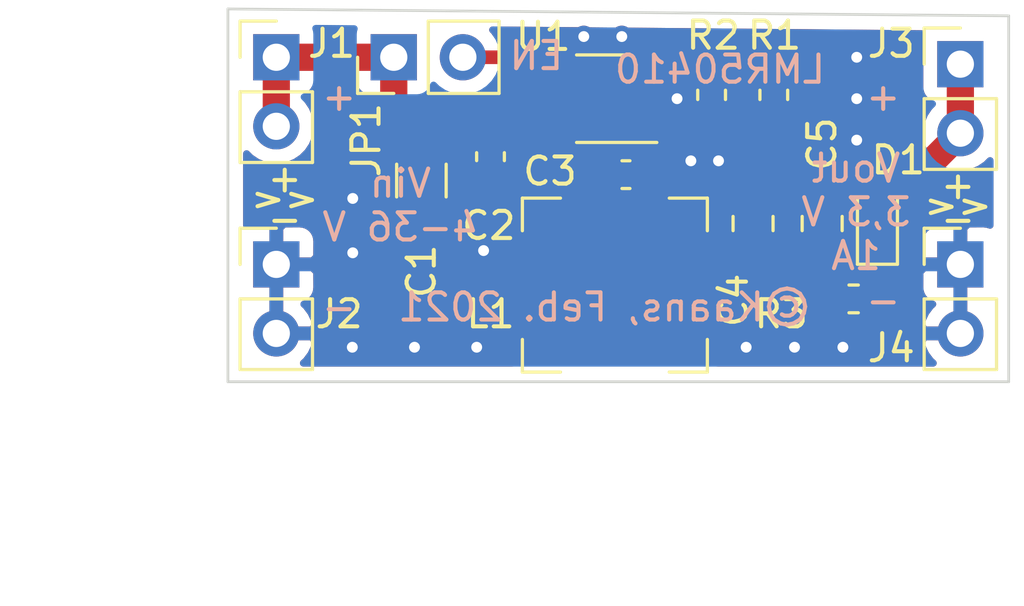
<source format=kicad_pcb>
(kicad_pcb (version 20171130) (host pcbnew "(5.1.9)-1")

  (general
    (thickness 1.6)
    (drawings 21)
    (tracks 64)
    (zones 0)
    (modules 16)
    (nets 9)
  )

  (page A4)
  (title_block
    (title "SMPS LMR50410")
    (date 2021-02-17)
    (rev 2)
    (company "Kaans (https://github.com/kaans)")
    (comment 1 "Fixed labels for R1, R2, +, -")
  )

  (layers
    (0 F.Cu signal hide)
    (31 B.Cu signal)
    (33 F.Adhes user hide)
    (35 F.Paste user hide)
    (36 B.SilkS user)
    (37 F.SilkS user hide)
    (38 B.Mask user)
    (39 F.Mask user hide)
    (40 Dwgs.User user)
    (41 Cmts.User user)
    (42 Eco1.User user)
    (43 Eco2.User user)
    (44 Edge.Cuts user hide)
    (45 Margin user)
    (46 B.CrtYd user)
    (47 F.CrtYd user hide)
    (49 F.Fab user hide)
  )

  (setup
    (last_trace_width 0.25)
    (user_trace_width 0.5)
    (user_trace_width 0.75)
    (trace_clearance 0.2)
    (zone_clearance 0.508)
    (zone_45_only no)
    (trace_min 0.2)
    (via_size 0.8)
    (via_drill 0.4)
    (via_min_size 0.4)
    (via_min_drill 0.3)
    (uvia_size 0.3)
    (uvia_drill 0.1)
    (uvias_allowed no)
    (uvia_min_size 0.2)
    (uvia_min_drill 0.1)
    (edge_width 0.05)
    (segment_width 0.2)
    (pcb_text_width 0.3)
    (pcb_text_size 1.5 1.5)
    (mod_edge_width 0.12)
    (mod_text_size 1 1)
    (mod_text_width 0.15)
    (pad_size 1.524 1.524)
    (pad_drill 0.762)
    (pad_to_mask_clearance 0)
    (aux_axis_origin 0 0)
    (visible_elements 7FFFFFFF)
    (pcbplotparams
      (layerselection 0x010fc_ffffffff)
      (usegerberextensions false)
      (usegerberattributes true)
      (usegerberadvancedattributes true)
      (creategerberjobfile true)
      (excludeedgelayer true)
      (linewidth 0.100000)
      (plotframeref false)
      (viasonmask false)
      (mode 1)
      (useauxorigin false)
      (hpglpennumber 1)
      (hpglpenspeed 20)
      (hpglpendiameter 15.000000)
      (psnegative false)
      (psa4output false)
      (plotreference true)
      (plotvalue true)
      (plotinvisibletext false)
      (padsonsilk false)
      (subtractmaskfromsilk false)
      (outputformat 1)
      (mirror false)
      (drillshape 1)
      (scaleselection 1)
      (outputdirectory ""))
  )

  (net 0 "")
  (net 1 GND)
  (net 2 VCC)
  (net 3 "Net-(C3-Pad2)")
  (net 4 "Net-(C3-Pad1)")
  (net 5 +3V3)
  (net 6 "Net-(D1-Pad1)")
  (net 7 "Net-(JP1-Pad2)")
  (net 8 "Net-(R1-Pad2)")

  (net_class Default "This is the default net class."
    (clearance 0.2)
    (trace_width 0.25)
    (via_dia 0.8)
    (via_drill 0.4)
    (uvia_dia 0.3)
    (uvia_drill 0.1)
    (add_net GND)
    (add_net "Net-(C3-Pad2)")
    (add_net "Net-(D1-Pad1)")
    (add_net "Net-(JP1-Pad2)")
    (add_net "Net-(R1-Pad2)")
  )

  (net_class 3V3 ""
    (clearance 0.3)
    (trace_width 1)
    (via_dia 0.8)
    (via_drill 0.4)
    (uvia_dia 0.3)
    (uvia_drill 0.1)
    (add_net +3V3)
    (add_net "Net-(C3-Pad1)")
  )

  (net_class Vcc ""
    (clearance 0.3)
    (trace_width 1)
    (via_dia 0.8)
    (via_drill 0.4)
    (uvia_dia 0.3)
    (uvia_drill 0.1)
    (add_net VCC)
  )

  (module Capacitor_SMD:C_0603_1608Metric_Pad1.08x0.95mm_HandSolder (layer F.Cu) (tedit 5F68FEEF) (tstamp 601CE234)
    (at 99.314 70.7125 270)
    (descr "Capacitor SMD 0603 (1608 Metric), square (rectangular) end terminal, IPC_7351 nominal with elongated pad for handsoldering. (Body size source: IPC-SM-782 page 76, https://www.pcb-3d.com/wordpress/wp-content/uploads/ipc-sm-782a_amendment_1_and_2.pdf), generated with kicad-footprint-generator")
    (tags "capacitor handsolder")
    (path /601C70F7)
    (attr smd)
    (fp_text reference C2 (at 2.5375 0.064 180) (layer F.SilkS)
      (effects (font (size 1 1) (thickness 0.15)))
    )
    (fp_text value 100n (at 0 1.43 90) (layer F.Fab)
      (effects (font (size 1 1) (thickness 0.15)))
    )
    (fp_line (start 1.65 0.73) (end -1.65 0.73) (layer F.CrtYd) (width 0.05))
    (fp_line (start 1.65 -0.73) (end 1.65 0.73) (layer F.CrtYd) (width 0.05))
    (fp_line (start -1.65 -0.73) (end 1.65 -0.73) (layer F.CrtYd) (width 0.05))
    (fp_line (start -1.65 0.73) (end -1.65 -0.73) (layer F.CrtYd) (width 0.05))
    (fp_line (start -0.146267 0.51) (end 0.146267 0.51) (layer F.SilkS) (width 0.12))
    (fp_line (start -0.146267 -0.51) (end 0.146267 -0.51) (layer F.SilkS) (width 0.12))
    (fp_line (start 0.8 0.4) (end -0.8 0.4) (layer F.Fab) (width 0.1))
    (fp_line (start 0.8 -0.4) (end 0.8 0.4) (layer F.Fab) (width 0.1))
    (fp_line (start -0.8 -0.4) (end 0.8 -0.4) (layer F.Fab) (width 0.1))
    (fp_line (start -0.8 0.4) (end -0.8 -0.4) (layer F.Fab) (width 0.1))
    (fp_text user %R (at 0 0 90) (layer F.Fab)
      (effects (font (size 0.4 0.4) (thickness 0.06)))
    )
    (pad 2 smd roundrect (at 0.8625 0 270) (size 1.075 0.95) (layers F.Cu F.Paste F.Mask) (roundrect_rratio 0.25)
      (net 1 GND))
    (pad 1 smd roundrect (at -0.8625 0 270) (size 1.075 0.95) (layers F.Cu F.Paste F.Mask) (roundrect_rratio 0.25)
      (net 2 VCC))
    (model ${KISYS3DMOD}/Capacitor_SMD.3dshapes/C_0603_1608Metric.wrl
      (at (xyz 0 0 0))
      (scale (xyz 1 1 1))
      (rotate (xyz 0 0 0))
    )
  )

  (module Connector_PinHeader_2.54mm:PinHeader_1x02_P2.54mm_Vertical (layer F.Cu) (tedit 59FED5CC) (tstamp 601D07DB)
    (at 116.586 74.676)
    (descr "Through hole straight pin header, 1x02, 2.54mm pitch, single row")
    (tags "Through hole pin header THT 1x02 2.54mm single row")
    (path /6021971A)
    (fp_text reference J4 (at -2.54 3.074) (layer F.SilkS)
      (effects (font (size 1 1) (thickness 0.15)))
    )
    (fp_text value Vout- (at 0 4.87) (layer F.Fab)
      (effects (font (size 1 1) (thickness 0.15)))
    )
    (fp_line (start -0.635 -1.27) (end 1.27 -1.27) (layer F.Fab) (width 0.1))
    (fp_line (start 1.27 -1.27) (end 1.27 3.81) (layer F.Fab) (width 0.1))
    (fp_line (start 1.27 3.81) (end -1.27 3.81) (layer F.Fab) (width 0.1))
    (fp_line (start -1.27 3.81) (end -1.27 -0.635) (layer F.Fab) (width 0.1))
    (fp_line (start -1.27 -0.635) (end -0.635 -1.27) (layer F.Fab) (width 0.1))
    (fp_line (start -1.33 3.87) (end 1.33 3.87) (layer F.SilkS) (width 0.12))
    (fp_line (start -1.33 1.27) (end -1.33 3.87) (layer F.SilkS) (width 0.12))
    (fp_line (start 1.33 1.27) (end 1.33 3.87) (layer F.SilkS) (width 0.12))
    (fp_line (start -1.33 1.27) (end 1.33 1.27) (layer F.SilkS) (width 0.12))
    (fp_line (start -1.33 0) (end -1.33 -1.33) (layer F.SilkS) (width 0.12))
    (fp_line (start -1.33 -1.33) (end 0 -1.33) (layer F.SilkS) (width 0.12))
    (fp_line (start -1.8 -1.8) (end -1.8 4.35) (layer F.CrtYd) (width 0.05))
    (fp_line (start -1.8 4.35) (end 1.8 4.35) (layer F.CrtYd) (width 0.05))
    (fp_line (start 1.8 4.35) (end 1.8 -1.8) (layer F.CrtYd) (width 0.05))
    (fp_line (start 1.8 -1.8) (end -1.8 -1.8) (layer F.CrtYd) (width 0.05))
    (fp_text user %R (at 0 1.27 90) (layer F.Fab)
      (effects (font (size 1 1) (thickness 0.15)))
    )
    (pad 2 thru_hole oval (at 0 2.54) (size 1.7 1.7) (drill 1) (layers *.Cu *.Mask)
      (net 1 GND))
    (pad 1 thru_hole rect (at 0 0) (size 1.7 1.7) (drill 1) (layers *.Cu *.Mask)
      (net 1 GND))
    (model ${KISYS3DMOD}/Connector_PinHeader_2.54mm.3dshapes/PinHeader_1x02_P2.54mm_Vertical.wrl
      (at (xyz 0 0 0))
      (scale (xyz 1 1 1))
      (rotate (xyz 0 0 0))
    )
  )

  (module Connector_PinHeader_2.54mm:PinHeader_1x02_P2.54mm_Vertical (layer F.Cu) (tedit 59FED5CC) (tstamp 601D07B0)
    (at 91.44 74.676)
    (descr "Through hole straight pin header, 1x02, 2.54mm pitch, single row")
    (tags "Through hole pin header THT 1x02 2.54mm single row")
    (path /6022017B)
    (fp_text reference J2 (at 2.31 1.824) (layer F.SilkS)
      (effects (font (size 1 1) (thickness 0.15)))
    )
    (fp_text value Vin- (at 0 4.87) (layer F.Fab)
      (effects (font (size 1 1) (thickness 0.15)))
    )
    (fp_line (start -0.635 -1.27) (end 1.27 -1.27) (layer F.Fab) (width 0.1))
    (fp_line (start 1.27 -1.27) (end 1.27 3.81) (layer F.Fab) (width 0.1))
    (fp_line (start 1.27 3.81) (end -1.27 3.81) (layer F.Fab) (width 0.1))
    (fp_line (start -1.27 3.81) (end -1.27 -0.635) (layer F.Fab) (width 0.1))
    (fp_line (start -1.27 -0.635) (end -0.635 -1.27) (layer F.Fab) (width 0.1))
    (fp_line (start -1.33 3.87) (end 1.33 3.87) (layer F.SilkS) (width 0.12))
    (fp_line (start -1.33 1.27) (end -1.33 3.87) (layer F.SilkS) (width 0.12))
    (fp_line (start 1.33 1.27) (end 1.33 3.87) (layer F.SilkS) (width 0.12))
    (fp_line (start -1.33 1.27) (end 1.33 1.27) (layer F.SilkS) (width 0.12))
    (fp_line (start -1.33 0) (end -1.33 -1.33) (layer F.SilkS) (width 0.12))
    (fp_line (start -1.33 -1.33) (end 0 -1.33) (layer F.SilkS) (width 0.12))
    (fp_line (start -1.8 -1.8) (end -1.8 4.35) (layer F.CrtYd) (width 0.05))
    (fp_line (start -1.8 4.35) (end 1.8 4.35) (layer F.CrtYd) (width 0.05))
    (fp_line (start 1.8 4.35) (end 1.8 -1.8) (layer F.CrtYd) (width 0.05))
    (fp_line (start 1.8 -1.8) (end -1.8 -1.8) (layer F.CrtYd) (width 0.05))
    (fp_text user %R (at 0 1.27 90) (layer F.Fab)
      (effects (font (size 1 1) (thickness 0.15)))
    )
    (pad 2 thru_hole oval (at 0 2.54) (size 1.7 1.7) (drill 1) (layers *.Cu *.Mask)
      (net 1 GND))
    (pad 1 thru_hole rect (at 0 0) (size 1.7 1.7) (drill 1) (layers *.Cu *.Mask)
      (net 1 GND))
    (model ${KISYS3DMOD}/Connector_PinHeader_2.54mm.3dshapes/PinHeader_1x02_P2.54mm_Vertical.wrl
      (at (xyz 0 0 0))
      (scale (xyz 1 1 1))
      (rotate (xyz 0 0 0))
    )
  )

  (module Package_TO_SOT_SMD:SOT-23-6_Handsoldering (layer F.Cu) (tedit 5A02FF57) (tstamp 601CE3EA)
    (at 103.378 68.58 180)
    (descr "6-pin SOT-23 package, Handsoldering")
    (tags "SOT-23-6 Handsoldering")
    (path /601C637D)
    (attr smd)
    (fp_text reference U1 (at 2.128 2.286) (layer F.SilkS)
      (effects (font (size 1 1) (thickness 0.15)))
    )
    (fp_text value LMR50410XDBVR (at 0 2.9) (layer F.Fab)
      (effects (font (size 1 1) (thickness 0.15)))
    )
    (fp_line (start 0.9 -1.55) (end 0.9 1.55) (layer F.Fab) (width 0.1))
    (fp_line (start 0.9 1.55) (end -0.9 1.55) (layer F.Fab) (width 0.1))
    (fp_line (start -0.9 -0.9) (end -0.9 1.55) (layer F.Fab) (width 0.1))
    (fp_line (start 0.9 -1.55) (end -0.25 -1.55) (layer F.Fab) (width 0.1))
    (fp_line (start -0.9 -0.9) (end -0.25 -1.55) (layer F.Fab) (width 0.1))
    (fp_line (start -2.4 -1.8) (end 2.4 -1.8) (layer F.CrtYd) (width 0.05))
    (fp_line (start 2.4 -1.8) (end 2.4 1.8) (layer F.CrtYd) (width 0.05))
    (fp_line (start 2.4 1.8) (end -2.4 1.8) (layer F.CrtYd) (width 0.05))
    (fp_line (start -2.4 1.8) (end -2.4 -1.8) (layer F.CrtYd) (width 0.05))
    (fp_line (start 0.9 -1.61) (end -2.05 -1.61) (layer F.SilkS) (width 0.12))
    (fp_line (start -0.9 1.61) (end 0.9 1.61) (layer F.SilkS) (width 0.12))
    (fp_text user %R (at 0 0 90) (layer F.Fab)
      (effects (font (size 0.5 0.5) (thickness 0.075)))
    )
    (pad 5 smd rect (at 1.35 0 180) (size 1.56 0.65) (layers F.Cu F.Paste F.Mask)
      (net 2 VCC))
    (pad 6 smd rect (at 1.35 -0.95 180) (size 1.56 0.65) (layers F.Cu F.Paste F.Mask)
      (net 4 "Net-(C3-Pad1)"))
    (pad 4 smd rect (at 1.35 0.95 180) (size 1.56 0.65) (layers F.Cu F.Paste F.Mask)
      (net 7 "Net-(JP1-Pad2)"))
    (pad 3 smd rect (at -1.35 0.95 180) (size 1.56 0.65) (layers F.Cu F.Paste F.Mask)
      (net 8 "Net-(R1-Pad2)"))
    (pad 2 smd rect (at -1.35 0 180) (size 1.56 0.65) (layers F.Cu F.Paste F.Mask)
      (net 1 GND))
    (pad 1 smd rect (at -1.35 -0.95 180) (size 1.56 0.65) (layers F.Cu F.Paste F.Mask)
      (net 3 "Net-(C3-Pad2)"))
    (model ${KISYS3DMOD}/Package_TO_SOT_SMD.3dshapes/SOT-23-6.wrl
      (at (xyz 0 0 0))
      (scale (xyz 1 1 1))
      (rotate (xyz 0 0 0))
    )
  )

  (module Resistor_SMD:R_0603_1608Metric_Pad1.05x0.95mm_HandSolder (layer F.Cu) (tedit 5B301BBD) (tstamp 601CE3D4)
    (at 112.663 75.946 180)
    (descr "Resistor SMD 0603 (1608 Metric), square (rectangular) end terminal, IPC_7351 nominal with elongated pad for handsoldering. (Body size source: http://www.tortai-tech.com/upload/download/2011102023233369053.pdf), generated with kicad-footprint-generator")
    (tags "resistor handsolder")
    (path /601D4A47)
    (attr smd)
    (fp_text reference R3 (at 2.663 -0.554) (layer F.SilkS)
      (effects (font (size 1 1) (thickness 0.15)))
    )
    (fp_text value 150 (at 0 1.43) (layer F.Fab)
      (effects (font (size 1 1) (thickness 0.15)))
    )
    (fp_line (start 1.65 0.73) (end -1.65 0.73) (layer F.CrtYd) (width 0.05))
    (fp_line (start 1.65 -0.73) (end 1.65 0.73) (layer F.CrtYd) (width 0.05))
    (fp_line (start -1.65 -0.73) (end 1.65 -0.73) (layer F.CrtYd) (width 0.05))
    (fp_line (start -1.65 0.73) (end -1.65 -0.73) (layer F.CrtYd) (width 0.05))
    (fp_line (start -0.171267 0.51) (end 0.171267 0.51) (layer F.SilkS) (width 0.12))
    (fp_line (start -0.171267 -0.51) (end 0.171267 -0.51) (layer F.SilkS) (width 0.12))
    (fp_line (start 0.8 0.4) (end -0.8 0.4) (layer F.Fab) (width 0.1))
    (fp_line (start 0.8 -0.4) (end 0.8 0.4) (layer F.Fab) (width 0.1))
    (fp_line (start -0.8 -0.4) (end 0.8 -0.4) (layer F.Fab) (width 0.1))
    (fp_line (start -0.8 0.4) (end -0.8 -0.4) (layer F.Fab) (width 0.1))
    (fp_text user %R (at 0 0) (layer F.Fab)
      (effects (font (size 0.4 0.4) (thickness 0.06)))
    )
    (pad 2 smd roundrect (at 0.875 0 180) (size 1.05 0.95) (layers F.Cu F.Paste F.Mask) (roundrect_rratio 0.25)
      (net 1 GND))
    (pad 1 smd roundrect (at -0.875 0 180) (size 1.05 0.95) (layers F.Cu F.Paste F.Mask) (roundrect_rratio 0.25)
      (net 6 "Net-(D1-Pad1)"))
    (model ${KISYS3DMOD}/Resistor_SMD.3dshapes/R_0603_1608Metric.wrl
      (at (xyz 0 0 0))
      (scale (xyz 1 1 1))
      (rotate (xyz 0 0 0))
    )
  )

  (module Resistor_SMD:R_0603_1608Metric_Pad1.05x0.95mm_HandSolder (layer F.Cu) (tedit 5B301BBD) (tstamp 601CE3C3)
    (at 107.442 68.439 270)
    (descr "Resistor SMD 0603 (1608 Metric), square (rectangular) end terminal, IPC_7351 nominal with elongated pad for handsoldering. (Body size source: http://www.tortai-tech.com/upload/download/2011102023233369053.pdf), generated with kicad-footprint-generator")
    (tags "resistor handsolder")
    (path /601C9575)
    (attr smd)
    (fp_text reference R2 (at -2.189 -0.058 180) (layer F.SilkS)
      (effects (font (size 1 1) (thickness 0.15)))
    )
    (fp_text value 22.1k (at 0 1.43 90) (layer F.Fab)
      (effects (font (size 1 1) (thickness 0.15)))
    )
    (fp_line (start 1.65 0.73) (end -1.65 0.73) (layer F.CrtYd) (width 0.05))
    (fp_line (start 1.65 -0.73) (end 1.65 0.73) (layer F.CrtYd) (width 0.05))
    (fp_line (start -1.65 -0.73) (end 1.65 -0.73) (layer F.CrtYd) (width 0.05))
    (fp_line (start -1.65 0.73) (end -1.65 -0.73) (layer F.CrtYd) (width 0.05))
    (fp_line (start -0.171267 0.51) (end 0.171267 0.51) (layer F.SilkS) (width 0.12))
    (fp_line (start -0.171267 -0.51) (end 0.171267 -0.51) (layer F.SilkS) (width 0.12))
    (fp_line (start 0.8 0.4) (end -0.8 0.4) (layer F.Fab) (width 0.1))
    (fp_line (start 0.8 -0.4) (end 0.8 0.4) (layer F.Fab) (width 0.1))
    (fp_line (start -0.8 -0.4) (end 0.8 -0.4) (layer F.Fab) (width 0.1))
    (fp_line (start -0.8 0.4) (end -0.8 -0.4) (layer F.Fab) (width 0.1))
    (fp_text user %R (at 0 0 90) (layer F.Fab)
      (effects (font (size 0.4 0.4) (thickness 0.06)))
    )
    (pad 2 smd roundrect (at 0.875 0 270) (size 1.05 0.95) (layers F.Cu F.Paste F.Mask) (roundrect_rratio 0.25)
      (net 1 GND))
    (pad 1 smd roundrect (at -0.875 0 270) (size 1.05 0.95) (layers F.Cu F.Paste F.Mask) (roundrect_rratio 0.25)
      (net 8 "Net-(R1-Pad2)"))
    (model ${KISYS3DMOD}/Resistor_SMD.3dshapes/R_0603_1608Metric.wrl
      (at (xyz 0 0 0))
      (scale (xyz 1 1 1))
      (rotate (xyz 0 0 0))
    )
  )

  (module Resistor_SMD:R_0603_1608Metric_Pad1.05x0.95mm_HandSolder (layer F.Cu) (tedit 5B301BBD) (tstamp 601CE3B2)
    (at 109.728 68.439 90)
    (descr "Resistor SMD 0603 (1608 Metric), square (rectangular) end terminal, IPC_7351 nominal with elongated pad for handsoldering. (Body size source: http://www.tortai-tech.com/upload/download/2011102023233369053.pdf), generated with kicad-footprint-generator")
    (tags "resistor handsolder")
    (path /601C94A5)
    (attr smd)
    (fp_text reference R1 (at 2.189 0.022 180) (layer F.SilkS)
      (effects (font (size 1 1) (thickness 0.15)))
    )
    (fp_text value 51k (at 0 1.43 90) (layer F.Fab)
      (effects (font (size 1 1) (thickness 0.15)))
    )
    (fp_line (start 1.65 0.73) (end -1.65 0.73) (layer F.CrtYd) (width 0.05))
    (fp_line (start 1.65 -0.73) (end 1.65 0.73) (layer F.CrtYd) (width 0.05))
    (fp_line (start -1.65 -0.73) (end 1.65 -0.73) (layer F.CrtYd) (width 0.05))
    (fp_line (start -1.65 0.73) (end -1.65 -0.73) (layer F.CrtYd) (width 0.05))
    (fp_line (start -0.171267 0.51) (end 0.171267 0.51) (layer F.SilkS) (width 0.12))
    (fp_line (start -0.171267 -0.51) (end 0.171267 -0.51) (layer F.SilkS) (width 0.12))
    (fp_line (start 0.8 0.4) (end -0.8 0.4) (layer F.Fab) (width 0.1))
    (fp_line (start 0.8 -0.4) (end 0.8 0.4) (layer F.Fab) (width 0.1))
    (fp_line (start -0.8 -0.4) (end 0.8 -0.4) (layer F.Fab) (width 0.1))
    (fp_line (start -0.8 0.4) (end -0.8 -0.4) (layer F.Fab) (width 0.1))
    (fp_text user %R (at 0 0 90) (layer F.Fab)
      (effects (font (size 0.4 0.4) (thickness 0.06)))
    )
    (pad 2 smd roundrect (at 0.875 0 90) (size 1.05 0.95) (layers F.Cu F.Paste F.Mask) (roundrect_rratio 0.25)
      (net 8 "Net-(R1-Pad2)"))
    (pad 1 smd roundrect (at -0.875 0 90) (size 1.05 0.95) (layers F.Cu F.Paste F.Mask) (roundrect_rratio 0.25)
      (net 5 +3V3))
    (model ${KISYS3DMOD}/Resistor_SMD.3dshapes/R_0603_1608Metric.wrl
      (at (xyz 0 0 0))
      (scale (xyz 1 1 1))
      (rotate (xyz 0 0 0))
    )
  )

  (module Inductor_SMD:L_Bourns-SRN6028 (layer F.Cu) (tedit 5A01E340) (tstamp 601CEECB)
    (at 103.886 75.438)
    (descr "Bourns SRN6028 series SMD inductor")
    (tags "Bourns SRN6028 SMD inductor")
    (path /601C8AA4)
    (attr smd)
    (fp_text reference L1 (at -4.572 1.062) (layer F.SilkS)
      (effects (font (size 1 1) (thickness 0.15)))
    )
    (fp_text value 15u (at 0 -4) (layer F.Fab)
      (effects (font (size 1 1) (thickness 0.15)))
    )
    (fp_line (start -3.3 -3.1) (end -3.3 3.1) (layer F.CrtYd) (width 0.05))
    (fp_line (start 3.3 3.1) (end -3.3 3.1) (layer F.CrtYd) (width 0.05))
    (fp_line (start 3.3 -3.1) (end 3.3 3.1) (layer F.CrtYd) (width 0.05))
    (fp_line (start -3.3 -3.1) (end 3.3 -3.1) (layer F.CrtYd) (width 0.05))
    (fp_line (start -3.4 3.2) (end -2 3.2) (layer F.SilkS) (width 0.12))
    (fp_line (start 3.4 3.2) (end 2 3.2) (layer F.SilkS) (width 0.12))
    (fp_line (start -3.4 3.2) (end -3.4 2) (layer F.SilkS) (width 0.12))
    (fp_line (start 3.4 3.2) (end 3.4 2) (layer F.SilkS) (width 0.12))
    (fp_line (start 3.4 -3.2) (end 3.4 -2) (layer F.SilkS) (width 0.12))
    (fp_line (start 3.4 -3.2) (end 2 -3.2) (layer F.SilkS) (width 0.12))
    (fp_line (start 3.3 -3.1) (end 3.3 3.1) (layer F.Fab) (width 0.1))
    (fp_line (start -3.3 -3.1) (end -3.3 3.1) (layer F.Fab) (width 0.1))
    (fp_line (start -3.4 -3.2) (end -2 -3.2) (layer F.SilkS) (width 0.12))
    (fp_line (start -3.4 -3.2) (end -3.4 -2) (layer F.SilkS) (width 0.12))
    (fp_line (start -3.3 -3.1) (end 3.3 -3.1) (layer F.Fab) (width 0.1))
    (fp_line (start 3.3 3.1) (end -3.3 3.1) (layer F.Fab) (width 0.1))
    (fp_text user %R (at 0 0) (layer F.Fab)
      (effects (font (size 1 1) (thickness 0.15)))
    )
    (pad 2 smd rect (at 2.35 0) (size 1.6 5.7) (layers F.Cu F.Paste F.Mask)
      (net 5 +3V3))
    (pad 1 smd rect (at -2.35 0) (size 1.6 5.7) (layers F.Cu F.Paste F.Mask)
      (net 4 "Net-(C3-Pad1)"))
    (model ${KISYS3DMOD}/Inductor_SMD.3dshapes/L_Bourns-SRN6028.wrl
      (at (xyz 0 0 0))
      (scale (xyz 1 1 1))
      (rotate (xyz 0 0 0))
    )
  )

  (module Connector_PinHeader_2.54mm:PinHeader_1x02_P2.54mm_Vertical (layer F.Cu) (tedit 59FED5CC) (tstamp 601CE38A)
    (at 95.758 67.056 90)
    (descr "Through hole straight pin header, 1x02, 2.54mm pitch, single row")
    (tags "Through hole pin header THT 1x02 2.54mm single row")
    (path /601CB1FC)
    (fp_text reference JP1 (at -3.048 -1.016 90) (layer F.SilkS)
      (effects (font (size 1 1) (thickness 0.15)))
    )
    (fp_text value EN (at 0 4.87 90) (layer F.Fab)
      (effects (font (size 1 1) (thickness 0.15)))
    )
    (fp_line (start 1.8 -1.8) (end -1.8 -1.8) (layer F.CrtYd) (width 0.05))
    (fp_line (start 1.8 4.35) (end 1.8 -1.8) (layer F.CrtYd) (width 0.05))
    (fp_line (start -1.8 4.35) (end 1.8 4.35) (layer F.CrtYd) (width 0.05))
    (fp_line (start -1.8 -1.8) (end -1.8 4.35) (layer F.CrtYd) (width 0.05))
    (fp_line (start -1.33 -1.33) (end 0 -1.33) (layer F.SilkS) (width 0.12))
    (fp_line (start -1.33 0) (end -1.33 -1.33) (layer F.SilkS) (width 0.12))
    (fp_line (start -1.33 1.27) (end 1.33 1.27) (layer F.SilkS) (width 0.12))
    (fp_line (start 1.33 1.27) (end 1.33 3.87) (layer F.SilkS) (width 0.12))
    (fp_line (start -1.33 1.27) (end -1.33 3.87) (layer F.SilkS) (width 0.12))
    (fp_line (start -1.33 3.87) (end 1.33 3.87) (layer F.SilkS) (width 0.12))
    (fp_line (start -1.27 -0.635) (end -0.635 -1.27) (layer F.Fab) (width 0.1))
    (fp_line (start -1.27 3.81) (end -1.27 -0.635) (layer F.Fab) (width 0.1))
    (fp_line (start 1.27 3.81) (end -1.27 3.81) (layer F.Fab) (width 0.1))
    (fp_line (start 1.27 -1.27) (end 1.27 3.81) (layer F.Fab) (width 0.1))
    (fp_line (start -0.635 -1.27) (end 1.27 -1.27) (layer F.Fab) (width 0.1))
    (fp_text user %R (at 0 1.27) (layer F.Fab)
      (effects (font (size 1 1) (thickness 0.15)))
    )
    (pad 2 thru_hole oval (at 0 2.54 90) (size 1.7 1.7) (drill 1) (layers *.Cu *.Mask)
      (net 7 "Net-(JP1-Pad2)"))
    (pad 1 thru_hole rect (at 0 0 90) (size 1.7 1.7) (drill 1) (layers *.Cu *.Mask)
      (net 2 VCC))
    (model ${KISYS3DMOD}/Connector_PinHeader_2.54mm.3dshapes/PinHeader_1x02_P2.54mm_Vertical.wrl
      (at (xyz 0 0 0))
      (scale (xyz 1 1 1))
      (rotate (xyz 0 0 0))
    )
  )

  (module Connector_PinHeader_2.54mm:PinHeader_1x02_P2.54mm_Vertical (layer F.Cu) (tedit 59FED5CC) (tstamp 601CE30D)
    (at 116.586 67.31)
    (descr "Through hole straight pin header, 1x02, 2.54mm pitch, single row")
    (tags "Through hole pin header THT 1x02 2.54mm single row")
    (path /601E2274)
    (fp_text reference J3 (at -2.54 -0.762) (layer F.SilkS)
      (effects (font (size 1 1) (thickness 0.15)))
    )
    (fp_text value Vout+ (at 0 4.87) (layer F.Fab)
      (effects (font (size 1 1) (thickness 0.15)))
    )
    (fp_line (start 1.8 -1.8) (end -1.8 -1.8) (layer F.CrtYd) (width 0.05))
    (fp_line (start 1.8 4.35) (end 1.8 -1.8) (layer F.CrtYd) (width 0.05))
    (fp_line (start -1.8 4.35) (end 1.8 4.35) (layer F.CrtYd) (width 0.05))
    (fp_line (start -1.8 -1.8) (end -1.8 4.35) (layer F.CrtYd) (width 0.05))
    (fp_line (start -1.33 -1.33) (end 0 -1.33) (layer F.SilkS) (width 0.12))
    (fp_line (start -1.33 0) (end -1.33 -1.33) (layer F.SilkS) (width 0.12))
    (fp_line (start -1.33 1.27) (end 1.33 1.27) (layer F.SilkS) (width 0.12))
    (fp_line (start 1.33 1.27) (end 1.33 3.87) (layer F.SilkS) (width 0.12))
    (fp_line (start -1.33 1.27) (end -1.33 3.87) (layer F.SilkS) (width 0.12))
    (fp_line (start -1.33 3.87) (end 1.33 3.87) (layer F.SilkS) (width 0.12))
    (fp_line (start -1.27 -0.635) (end -0.635 -1.27) (layer F.Fab) (width 0.1))
    (fp_line (start -1.27 3.81) (end -1.27 -0.635) (layer F.Fab) (width 0.1))
    (fp_line (start 1.27 3.81) (end -1.27 3.81) (layer F.Fab) (width 0.1))
    (fp_line (start 1.27 -1.27) (end 1.27 3.81) (layer F.Fab) (width 0.1))
    (fp_line (start -0.635 -1.27) (end 1.27 -1.27) (layer F.Fab) (width 0.1))
    (fp_text user %R (at 0 1.27 90) (layer F.Fab)
      (effects (font (size 1 1) (thickness 0.15)))
    )
    (pad 2 thru_hole oval (at 0 2.54) (size 1.7 1.7) (drill 1) (layers *.Cu *.Mask)
      (net 5 +3V3))
    (pad 1 thru_hole rect (at 0 0) (size 1.7 1.7) (drill 1) (layers *.Cu *.Mask)
      (net 5 +3V3))
    (model ${KISYS3DMOD}/Connector_PinHeader_2.54mm.3dshapes/PinHeader_1x02_P2.54mm_Vertical.wrl
      (at (xyz 0 0 0))
      (scale (xyz 1 1 1))
      (rotate (xyz 0 0 0))
    )
  )

  (module Connector_PinHeader_2.54mm:PinHeader_1x02_P2.54mm_Vertical (layer F.Cu) (tedit 59FED5CC) (tstamp 601CE290)
    (at 91.44 67.056)
    (descr "Through hole straight pin header, 1x02, 2.54mm pitch, single row")
    (tags "Through hole pin header THT 1x02 2.54mm single row")
    (path /601DFC37)
    (fp_text reference J1 (at 2.032 -0.508) (layer F.SilkS)
      (effects (font (size 1 1) (thickness 0.15)))
    )
    (fp_text value Vin+ (at 0 4.87) (layer F.Fab)
      (effects (font (size 1 1) (thickness 0.15)))
    )
    (fp_line (start 1.8 -1.8) (end -1.8 -1.8) (layer F.CrtYd) (width 0.05))
    (fp_line (start 1.8 4.35) (end 1.8 -1.8) (layer F.CrtYd) (width 0.05))
    (fp_line (start -1.8 4.35) (end 1.8 4.35) (layer F.CrtYd) (width 0.05))
    (fp_line (start -1.8 -1.8) (end -1.8 4.35) (layer F.CrtYd) (width 0.05))
    (fp_line (start -1.33 -1.33) (end 0 -1.33) (layer F.SilkS) (width 0.12))
    (fp_line (start -1.33 0) (end -1.33 -1.33) (layer F.SilkS) (width 0.12))
    (fp_line (start -1.33 1.27) (end 1.33 1.27) (layer F.SilkS) (width 0.12))
    (fp_line (start 1.33 1.27) (end 1.33 3.87) (layer F.SilkS) (width 0.12))
    (fp_line (start -1.33 1.27) (end -1.33 3.87) (layer F.SilkS) (width 0.12))
    (fp_line (start -1.33 3.87) (end 1.33 3.87) (layer F.SilkS) (width 0.12))
    (fp_line (start -1.27 -0.635) (end -0.635 -1.27) (layer F.Fab) (width 0.1))
    (fp_line (start -1.27 3.81) (end -1.27 -0.635) (layer F.Fab) (width 0.1))
    (fp_line (start 1.27 3.81) (end -1.27 3.81) (layer F.Fab) (width 0.1))
    (fp_line (start 1.27 -1.27) (end 1.27 3.81) (layer F.Fab) (width 0.1))
    (fp_line (start -0.635 -1.27) (end 1.27 -1.27) (layer F.Fab) (width 0.1))
    (fp_text user %R (at 0 1.27 90) (layer F.Fab)
      (effects (font (size 1 1) (thickness 0.15)))
    )
    (pad 2 thru_hole oval (at 0 2.54) (size 1.7 1.7) (drill 1) (layers *.Cu *.Mask)
      (net 2 VCC))
    (pad 1 thru_hole rect (at 0 0) (size 1.7 1.7) (drill 1) (layers *.Cu *.Mask)
      (net 2 VCC))
    (model ${KISYS3DMOD}/Connector_PinHeader_2.54mm.3dshapes/PinHeader_1x02_P2.54mm_Vertical.wrl
      (at (xyz 0 0 0))
      (scale (xyz 1 1 1))
      (rotate (xyz 0 0 0))
    )
  )

  (module LED_SMD:LED_0603_1608Metric_Pad1.05x0.95mm_HandSolder (layer F.Cu) (tedit 5F68FEF1) (tstamp 601CE27A)
    (at 113.538 73.011 90)
    (descr "LED SMD 0603 (1608 Metric), square (rectangular) end terminal, IPC_7351 nominal, (Body size source: http://www.tortai-tech.com/upload/download/2011102023233369053.pdf), generated with kicad-footprint-generator")
    (tags "LED handsolder")
    (path /601D3FE2)
    (attr smd)
    (fp_text reference D1 (at 2.173 0.762 180) (layer F.SilkS)
      (effects (font (size 1 1) (thickness 0.15)))
    )
    (fp_text value LED (at 0 1.43 90) (layer F.Fab)
      (effects (font (size 1 1) (thickness 0.15)))
    )
    (fp_line (start 1.65 0.73) (end -1.65 0.73) (layer F.CrtYd) (width 0.05))
    (fp_line (start 1.65 -0.73) (end 1.65 0.73) (layer F.CrtYd) (width 0.05))
    (fp_line (start -1.65 -0.73) (end 1.65 -0.73) (layer F.CrtYd) (width 0.05))
    (fp_line (start -1.65 0.73) (end -1.65 -0.73) (layer F.CrtYd) (width 0.05))
    (fp_line (start -1.66 0.735) (end 0.8 0.735) (layer F.SilkS) (width 0.12))
    (fp_line (start -1.66 -0.735) (end -1.66 0.735) (layer F.SilkS) (width 0.12))
    (fp_line (start 0.8 -0.735) (end -1.66 -0.735) (layer F.SilkS) (width 0.12))
    (fp_line (start 0.8 0.4) (end 0.8 -0.4) (layer F.Fab) (width 0.1))
    (fp_line (start -0.8 0.4) (end 0.8 0.4) (layer F.Fab) (width 0.1))
    (fp_line (start -0.8 -0.1) (end -0.8 0.4) (layer F.Fab) (width 0.1))
    (fp_line (start -0.5 -0.4) (end -0.8 -0.1) (layer F.Fab) (width 0.1))
    (fp_line (start 0.8 -0.4) (end -0.5 -0.4) (layer F.Fab) (width 0.1))
    (fp_text user %R (at 0 0 90) (layer F.Fab)
      (effects (font (size 0.4 0.4) (thickness 0.06)))
    )
    (pad 2 smd roundrect (at 0.875 0 90) (size 1.05 0.95) (layers F.Cu F.Paste F.Mask) (roundrect_rratio 0.25)
      (net 5 +3V3))
    (pad 1 smd roundrect (at -0.875 0 90) (size 1.05 0.95) (layers F.Cu F.Paste F.Mask) (roundrect_rratio 0.25)
      (net 6 "Net-(D1-Pad1)"))
    (model ${KISYS3DMOD}/LED_SMD.3dshapes/LED_0603_1608Metric.wrl
      (at (xyz 0 0 0))
      (scale (xyz 1 1 1))
      (rotate (xyz 0 0 0))
    )
  )

  (module Capacitor_SMD:C_0805_2012Metric_Pad1.18x1.45mm_HandSolder (layer F.Cu) (tedit 5F68FEEF) (tstamp 601CE267)
    (at 111.506 73.1735 270)
    (descr "Capacitor SMD 0805 (2012 Metric), square (rectangular) end terminal, IPC_7351 nominal with elongated pad for handsoldering. (Body size source: IPC-SM-782 page 76, https://www.pcb-3d.com/wordpress/wp-content/uploads/ipc-sm-782a_amendment_1_and_2.pdf, https://docs.google.com/spreadsheets/d/1BsfQQcO9C6DZCsRaXUlFlo91Tg2WpOkGARC1WS5S8t0/edit?usp=sharing), generated with kicad-footprint-generator")
    (tags "capacitor handsolder")
    (path /601D2C37)
    (attr smd)
    (fp_text reference C5 (at -2.9235 0.006 90) (layer F.SilkS)
      (effects (font (size 1 1) (thickness 0.15)))
    )
    (fp_text value 22u (at 0 1.68 90) (layer F.Fab)
      (effects (font (size 1 1) (thickness 0.15)))
    )
    (fp_line (start 1.88 0.98) (end -1.88 0.98) (layer F.CrtYd) (width 0.05))
    (fp_line (start 1.88 -0.98) (end 1.88 0.98) (layer F.CrtYd) (width 0.05))
    (fp_line (start -1.88 -0.98) (end 1.88 -0.98) (layer F.CrtYd) (width 0.05))
    (fp_line (start -1.88 0.98) (end -1.88 -0.98) (layer F.CrtYd) (width 0.05))
    (fp_line (start -0.261252 0.735) (end 0.261252 0.735) (layer F.SilkS) (width 0.12))
    (fp_line (start -0.261252 -0.735) (end 0.261252 -0.735) (layer F.SilkS) (width 0.12))
    (fp_line (start 1 0.625) (end -1 0.625) (layer F.Fab) (width 0.1))
    (fp_line (start 1 -0.625) (end 1 0.625) (layer F.Fab) (width 0.1))
    (fp_line (start -1 -0.625) (end 1 -0.625) (layer F.Fab) (width 0.1))
    (fp_line (start -1 0.625) (end -1 -0.625) (layer F.Fab) (width 0.1))
    (fp_text user %R (at 0 0 90) (layer F.Fab)
      (effects (font (size 0.5 0.5) (thickness 0.08)))
    )
    (pad 2 smd roundrect (at 1.0375 0 270) (size 1.175 1.45) (layers F.Cu F.Paste F.Mask) (roundrect_rratio 0.2127659574468085)
      (net 1 GND))
    (pad 1 smd roundrect (at -1.0375 0 270) (size 1.175 1.45) (layers F.Cu F.Paste F.Mask) (roundrect_rratio 0.2127659574468085)
      (net 5 +3V3))
    (model ${KISYS3DMOD}/Capacitor_SMD.3dshapes/C_0805_2012Metric.wrl
      (at (xyz 0 0 0))
      (scale (xyz 1 1 1))
      (rotate (xyz 0 0 0))
    )
  )

  (module Capacitor_SMD:C_0805_2012Metric_Pad1.18x1.45mm_HandSolder (layer F.Cu) (tedit 5F68FEEF) (tstamp 601CE256)
    (at 108.966 73.1735 270)
    (descr "Capacitor SMD 0805 (2012 Metric), square (rectangular) end terminal, IPC_7351 nominal with elongated pad for handsoldering. (Body size source: IPC-SM-782 page 76, https://www.pcb-3d.com/wordpress/wp-content/uploads/ipc-sm-782a_amendment_1_and_2.pdf, https://docs.google.com/spreadsheets/d/1BsfQQcO9C6DZCsRaXUlFlo91Tg2WpOkGARC1WS5S8t0/edit?usp=sharing), generated with kicad-footprint-generator")
    (tags "capacitor handsolder")
    (path /601C9AC8)
    (attr smd)
    (fp_text reference C4 (at 2.8265 0.716 90) (layer F.SilkS)
      (effects (font (size 1 1) (thickness 0.15)))
    )
    (fp_text value 22u (at 0 1.68 90) (layer F.Fab)
      (effects (font (size 1 1) (thickness 0.15)))
    )
    (fp_line (start 1.88 0.98) (end -1.88 0.98) (layer F.CrtYd) (width 0.05))
    (fp_line (start 1.88 -0.98) (end 1.88 0.98) (layer F.CrtYd) (width 0.05))
    (fp_line (start -1.88 -0.98) (end 1.88 -0.98) (layer F.CrtYd) (width 0.05))
    (fp_line (start -1.88 0.98) (end -1.88 -0.98) (layer F.CrtYd) (width 0.05))
    (fp_line (start -0.261252 0.735) (end 0.261252 0.735) (layer F.SilkS) (width 0.12))
    (fp_line (start -0.261252 -0.735) (end 0.261252 -0.735) (layer F.SilkS) (width 0.12))
    (fp_line (start 1 0.625) (end -1 0.625) (layer F.Fab) (width 0.1))
    (fp_line (start 1 -0.625) (end 1 0.625) (layer F.Fab) (width 0.1))
    (fp_line (start -1 -0.625) (end 1 -0.625) (layer F.Fab) (width 0.1))
    (fp_line (start -1 0.625) (end -1 -0.625) (layer F.Fab) (width 0.1))
    (fp_text user %R (at 0 0 90) (layer F.Fab)
      (effects (font (size 0.5 0.5) (thickness 0.08)))
    )
    (pad 2 smd roundrect (at 1.0375 0 270) (size 1.175 1.45) (layers F.Cu F.Paste F.Mask) (roundrect_rratio 0.2127659574468085)
      (net 1 GND))
    (pad 1 smd roundrect (at -1.0375 0 270) (size 1.175 1.45) (layers F.Cu F.Paste F.Mask) (roundrect_rratio 0.2127659574468085)
      (net 5 +3V3))
    (model ${KISYS3DMOD}/Capacitor_SMD.3dshapes/C_0805_2012Metric.wrl
      (at (xyz 0 0 0))
      (scale (xyz 1 1 1))
      (rotate (xyz 0 0 0))
    )
  )

  (module Capacitor_SMD:C_0603_1608Metric_Pad1.08x0.95mm_HandSolder (layer F.Cu) (tedit 5F68FEEF) (tstamp 601CE245)
    (at 104.2935 71.374)
    (descr "Capacitor SMD 0603 (1608 Metric), square (rectangular) end terminal, IPC_7351 nominal with elongated pad for handsoldering. (Body size source: IPC-SM-782 page 76, https://www.pcb-3d.com/wordpress/wp-content/uploads/ipc-sm-782a_amendment_1_and_2.pdf), generated with kicad-footprint-generator")
    (tags "capacitor handsolder")
    (path /601C855D)
    (attr smd)
    (fp_text reference C3 (at -2.7935 -0.124) (layer F.SilkS)
      (effects (font (size 1 1) (thickness 0.15)))
    )
    (fp_text value 100n (at 0 1.43) (layer F.Fab)
      (effects (font (size 1 1) (thickness 0.15)))
    )
    (fp_line (start 1.65 0.73) (end -1.65 0.73) (layer F.CrtYd) (width 0.05))
    (fp_line (start 1.65 -0.73) (end 1.65 0.73) (layer F.CrtYd) (width 0.05))
    (fp_line (start -1.65 -0.73) (end 1.65 -0.73) (layer F.CrtYd) (width 0.05))
    (fp_line (start -1.65 0.73) (end -1.65 -0.73) (layer F.CrtYd) (width 0.05))
    (fp_line (start -0.146267 0.51) (end 0.146267 0.51) (layer F.SilkS) (width 0.12))
    (fp_line (start -0.146267 -0.51) (end 0.146267 -0.51) (layer F.SilkS) (width 0.12))
    (fp_line (start 0.8 0.4) (end -0.8 0.4) (layer F.Fab) (width 0.1))
    (fp_line (start 0.8 -0.4) (end 0.8 0.4) (layer F.Fab) (width 0.1))
    (fp_line (start -0.8 -0.4) (end 0.8 -0.4) (layer F.Fab) (width 0.1))
    (fp_line (start -0.8 0.4) (end -0.8 -0.4) (layer F.Fab) (width 0.1))
    (fp_text user %R (at 0 0) (layer F.Fab)
      (effects (font (size 0.4 0.4) (thickness 0.06)))
    )
    (pad 2 smd roundrect (at 0.8625 0) (size 1.075 0.95) (layers F.Cu F.Paste F.Mask) (roundrect_rratio 0.25)
      (net 3 "Net-(C3-Pad2)"))
    (pad 1 smd roundrect (at -0.8625 0) (size 1.075 0.95) (layers F.Cu F.Paste F.Mask) (roundrect_rratio 0.25)
      (net 4 "Net-(C3-Pad1)"))
    (model ${KISYS3DMOD}/Capacitor_SMD.3dshapes/C_0603_1608Metric.wrl
      (at (xyz 0 0 0))
      (scale (xyz 1 1 1))
      (rotate (xyz 0 0 0))
    )
  )

  (module Capacitor_SMD:C_1206_3216Metric_Pad1.42x1.75mm_HandSolder (layer F.Cu) (tedit 5B301BBE) (tstamp 601CE223)
    (at 96.774 71.5915 270)
    (descr "Capacitor SMD 1206 (3216 Metric), square (rectangular) end terminal, IPC_7351 nominal with elongated pad for handsoldering. (Body size source: http://www.tortai-tech.com/upload/download/2011102023233369053.pdf), generated with kicad-footprint-generator")
    (tags "capacitor handsolder")
    (path /601D1D42)
    (attr smd)
    (fp_text reference C1 (at 3.3385 0 90) (layer F.SilkS)
      (effects (font (size 1 1) (thickness 0.15)))
    )
    (fp_text value 10u (at 0 1.82 90) (layer F.Fab)
      (effects (font (size 1 1) (thickness 0.15)))
    )
    (fp_line (start 2.45 1.12) (end -2.45 1.12) (layer F.CrtYd) (width 0.05))
    (fp_line (start 2.45 -1.12) (end 2.45 1.12) (layer F.CrtYd) (width 0.05))
    (fp_line (start -2.45 -1.12) (end 2.45 -1.12) (layer F.CrtYd) (width 0.05))
    (fp_line (start -2.45 1.12) (end -2.45 -1.12) (layer F.CrtYd) (width 0.05))
    (fp_line (start -0.602064 0.91) (end 0.602064 0.91) (layer F.SilkS) (width 0.12))
    (fp_line (start -0.602064 -0.91) (end 0.602064 -0.91) (layer F.SilkS) (width 0.12))
    (fp_line (start 1.6 0.8) (end -1.6 0.8) (layer F.Fab) (width 0.1))
    (fp_line (start 1.6 -0.8) (end 1.6 0.8) (layer F.Fab) (width 0.1))
    (fp_line (start -1.6 -0.8) (end 1.6 -0.8) (layer F.Fab) (width 0.1))
    (fp_line (start -1.6 0.8) (end -1.6 -0.8) (layer F.Fab) (width 0.1))
    (fp_text user %R (at 0 0 90) (layer F.Fab)
      (effects (font (size 0.8 0.8) (thickness 0.12)))
    )
    (pad 2 smd roundrect (at 1.4875 0 270) (size 1.425 1.75) (layers F.Cu F.Paste F.Mask) (roundrect_rratio 0.1754385964912281)
      (net 1 GND))
    (pad 1 smd roundrect (at -1.4875 0 270) (size 1.425 1.75) (layers F.Cu F.Paste F.Mask) (roundrect_rratio 0.1754385964912281)
      (net 2 VCC))
    (model ${KISYS3DMOD}/Capacitor_SMD.3dshapes/C_1206_3216Metric.wrl
      (at (xyz 0 0 0))
      (scale (xyz 1 1 1))
      (rotate (xyz 0 0 0))
    )
  )

  (gr_text >> (at 116.5 72.5) (layer F.SilkS)
    (effects (font (size 0.8 1) (thickness 0.15)))
  )
  (gr_text - (at 116.5 73) (layer F.SilkS)
    (effects (font (size 1 1) (thickness 0.15)))
  )
  (gr_text + (at 116.5 71.75) (layer F.SilkS)
    (effects (font (size 1 1) (thickness 0.15)))
  )
  (gr_text - (at 91.75 73) (layer F.SilkS)
    (effects (font (size 1 1) (thickness 0.15)))
  )
  (gr_text + (at 91.75 71.5) (layer F.SilkS)
    (effects (font (size 1 1) (thickness 0.15)))
  )
  (gr_text >> (at 91.75 72.25) (layer F.SilkS)
    (effects (font (size 0.8 1) (thickness 0.15)))
  )
  (gr_text LMR50410 (at 107.75 67.5) (layer B.SilkS) (tstamp 601D1ECA)
    (effects (font (size 1 1) (thickness 0.15)) (justify mirror))
  )
  (gr_text "©Kaans, Feb. 2021" (at 103.5 76.25) (layer B.SilkS)
    (effects (font (size 1 1) (thickness 0.15)) (justify mirror))
  )
  (gr_text EN (at 101 67) (layer B.SilkS)
    (effects (font (size 1 1) (thickness 0.15)) (justify mirror))
  )
  (gr_text "Vin\n4-36 V" (at 96 72.5) (layer B.SilkS)
    (effects (font (size 1 1) (thickness 0.15)) (justify mirror))
  )
  (gr_text - (at 93.75 76.25) (layer B.SilkS)
    (effects (font (size 1 1) (thickness 0.15)) (justify mirror))
  )
  (gr_text + (at 93.75 68.5) (layer B.SilkS)
    (effects (font (size 1 1) (thickness 0.15)) (justify mirror))
  )
  (gr_text "Vout\n3,3 V\n1A" (at 112.75 72.75) (layer B.SilkS)
    (effects (font (size 1 1) (thickness 0.15)) (justify mirror))
  )
  (gr_text - (at 113.75 76) (layer B.SilkS)
    (effects (font (size 1 1) (thickness 0.15)) (justify mirror))
  )
  (gr_text + (at 113.75 68.5) (layer B.SilkS)
    (effects (font (size 1 1) (thickness 0.15)) (justify mirror))
  )
  (gr_line (start 89.662 65.278) (end 118.364 65.532) (layer Edge.Cuts) (width 0.1))
  (gr_line (start 89.662 78.994) (end 89.662 65.278) (layer Edge.Cuts) (width 0.1))
  (gr_line (start 118.364 78.994) (end 89.662 78.994) (layer Edge.Cuts) (width 0.1))
  (gr_line (start 118.364 65.532) (end 118.364 78.994) (layer Edge.Cuts) (width 0.1))
  (dimension 14.480228 (width 0.15) (layer Dwgs.User)
    (gr_text "14,480 mm" (at 82.648607 72.36599 271.005086) (layer Dwgs.User)
      (effects (font (size 1 1) (thickness 0.15)))
    )
    (feature1 (pts (xy 88.646 79.502) (xy 83.489077 79.592472)))
    (feature2 (pts (xy 88.392 65.024) (xy 83.235077 65.114472)))
    (crossbar (pts (xy 83.821407 65.104186) (xy 84.075407 79.582186)))
    (arrow1a (pts (xy 84.075407 79.582186) (xy 83.469316 78.466142)))
    (arrow1b (pts (xy 84.075407 79.582186) (xy 84.641977 78.445569)))
    (arrow2a (pts (xy 83.821407 65.104186) (xy 83.254837 66.240803)))
    (arrow2b (pts (xy 83.821407 65.104186) (xy 84.427498 66.22023)))
  )
  (dimension 29.21 (width 0.15) (layer Dwgs.User)
    (gr_text "29,210 mm" (at 104.267 87.914) (layer Dwgs.User)
      (effects (font (size 1 1) (thickness 0.15)))
    )
    (feature1 (pts (xy 118.872 82.55) (xy 118.872 87.200421)))
    (feature2 (pts (xy 89.662 82.55) (xy 89.662 87.200421)))
    (crossbar (pts (xy 89.662 86.614) (xy 118.872 86.614)))
    (arrow1a (pts (xy 118.872 86.614) (xy 117.745496 87.200421)))
    (arrow1b (pts (xy 118.872 86.614) (xy 117.745496 86.027579)))
    (arrow2a (pts (xy 89.662 86.614) (xy 90.788504 87.200421)))
    (arrow2b (pts (xy 89.662 86.614) (xy 90.788504 86.027579)))
  )

  (segment (start 106.708 68.58) (end 107.442 69.314) (width 0.5) (layer F.Cu) (net 1))
  (segment (start 104.728 68.58) (end 106.172 68.58) (width 0.5) (layer F.Cu) (net 1))
  (via (at 106.68 70.866) (size 0.8) (drill 0.4) (layers F.Cu B.Cu) (net 1))
  (via (at 107.696 70.866) (size 0.8) (drill 0.4) (layers F.Cu B.Cu) (net 1))
  (via (at 108.712 77.724) (size 0.8) (drill 0.4) (layers F.Cu B.Cu) (net 1))
  (via (at 110.49 77.724) (size 0.8) (drill 0.4) (layers F.Cu B.Cu) (net 1))
  (via (at 112.268 77.724) (size 0.8) (drill 0.4) (layers F.Cu B.Cu) (net 1))
  (via (at 112.776 67.056) (size 0.8) (drill 0.4) (layers F.Cu B.Cu) (net 1))
  (via (at 112.776 68.58) (size 0.8) (drill 0.4) (layers F.Cu B.Cu) (net 1))
  (via (at 112.776 70.104) (size 0.8) (drill 0.4) (layers F.Cu B.Cu) (net 1))
  (via (at 94.234 77.724) (size 0.8) (drill 0.4) (layers F.Cu B.Cu) (net 1))
  (via (at 96.52 77.724) (size 0.8) (drill 0.4) (layers F.Cu B.Cu) (net 1))
  (via (at 98.806 77.724) (size 0.8) (drill 0.4) (layers F.Cu B.Cu) (net 1))
  (via (at 99.06 74.168) (size 0.8) (drill 0.4) (layers F.Cu B.Cu) (net 1))
  (segment (start 106.172 68.58) (end 106.708 68.58) (width 0.5) (layer F.Cu) (net 1) (tstamp 601D15B4))
  (via (at 106.172 68.58) (size 0.8) (drill 0.4) (layers F.Cu B.Cu) (net 1))
  (segment (start 111.506 75.664) (end 111.788 75.946) (width 0.5) (layer F.Cu) (net 1))
  (segment (start 111.506 74.211) (end 111.506 75.664) (width 0.5) (layer F.Cu) (net 1))
  (segment (start 103.358001 68.560001) (end 103.358001 66.567999) (width 0.5) (layer F.Cu) (net 1))
  (segment (start 103.378 68.58) (end 103.358001 68.560001) (width 0.5) (layer F.Cu) (net 1))
  (segment (start 104.728 68.58) (end 103.378 68.58) (width 0.5) (layer F.Cu) (net 1))
  (segment (start 103.378 68.58) (end 103.378 69.596) (width 0.5) (layer F.Cu) (net 1))
  (segment (start 104.728 68.58) (end 106.708 68.58) (width 0.5) (layer F.Cu) (net 1))
  (via (at 104.14 66.294) (size 0.8) (drill 0.4) (layers F.Cu B.Cu) (net 1))
  (via (at 102.743 66.294) (size 0.8) (drill 0.4) (layers F.Cu B.Cu) (net 1))
  (via (at 94.25 72.25) (size 0.8) (drill 0.4) (layers F.Cu B.Cu) (net 1))
  (via (at 94.25 74.25) (size 0.8) (drill 0.4) (layers F.Cu B.Cu) (net 1))
  (segment (start 91.44 67.056) (end 91.44 69.596) (width 1) (layer F.Cu) (net 2))
  (segment (start 91.44 67.056) (end 95.758 67.056) (width 1) (layer F.Cu) (net 2))
  (segment (start 95.758 69.088) (end 96.774 70.104) (width 1) (layer F.Cu) (net 2))
  (segment (start 95.758 67.056) (end 95.758 69.088) (width 1) (layer F.Cu) (net 2))
  (segment (start 99.06 70.104) (end 99.314 69.85) (width 1) (layer F.Cu) (net 2))
  (segment (start 96.774 70.104) (end 99.06 70.104) (width 1) (layer F.Cu) (net 2))
  (segment (start 99.314 69.3125) (end 100.0465 68.58) (width 1) (layer F.Cu) (net 2))
  (segment (start 99.314 69.85) (end 99.314 69.3125) (width 1) (layer F.Cu) (net 2))
  (segment (start 100.838 68.58) (end 102.028 68.58) (width 0.5) (layer F.Cu) (net 2))
  (segment (start 100.0465 68.58) (end 100.838 68.58) (width 0.5) (layer F.Cu) (net 2))
  (segment (start 104.7485 69.5505) (end 104.728 69.53) (width 0.5) (layer F.Cu) (net 3))
  (segment (start 105.156 69.958) (end 104.728 69.53) (width 0.5) (layer F.Cu) (net 3))
  (segment (start 105.156 71.628) (end 105.156 69.958) (width 0.5) (layer F.Cu) (net 3))
  (segment (start 102.028 69.53) (end 102.028 70.6325) (width 0.5) (layer F.Cu) (net 4))
  (segment (start 102.028 69.53) (end 102.028 71.962) (width 0.5) (layer F.Cu) (net 4))
  (segment (start 102.028 71.962) (end 102.028 69.705001) (width 1) (layer F.Cu) (net 4))
  (segment (start 103.431 71.628) (end 102.362 71.628) (width 0.5) (layer F.Cu) (net 4))
  (segment (start 101.536 72.454) (end 102.028 71.962) (width 1) (layer F.Cu) (net 4))
  (segment (start 101.536 75.438) (end 101.536 72.454) (width 1) (layer F.Cu) (net 4))
  (segment (start 106.236 75.946) (end 106.236 74.165) (width 1) (layer F.Cu) (net 5))
  (segment (start 116.586 69.85) (end 116.586 67.31) (width 1) (layer F.Cu) (net 5))
  (segment (start 106.236 75.438) (end 106.236 74.165) (width 1) (layer F.Cu) (net 5))
  (segment (start 109.728 71.374) (end 108.966 72.136) (width 1) (layer F.Cu) (net 5))
  (segment (start 109.728 69.314) (end 109.728 71.374) (width 1) (layer F.Cu) (net 5))
  (segment (start 108.743558 72.136) (end 108.966 72.136) (width 1) (layer F.Cu) (net 5))
  (segment (start 106.236 74.643558) (end 108.743558 72.136) (width 1) (layer F.Cu) (net 5))
  (segment (start 106.236 75.438) (end 106.236 74.643558) (width 1) (layer F.Cu) (net 5))
  (segment (start 108.966 72.136) (end 111.506 72.136) (width 1) (layer F.Cu) (net 5))
  (segment (start 113.538 72.136) (end 111.506 72.136) (width 1) (layer F.Cu) (net 5))
  (segment (start 114.3 72.136) (end 116.586 69.85) (width 1) (layer F.Cu) (net 5))
  (segment (start 113.538 72.136) (end 114.3 72.136) (width 1) (layer F.Cu) (net 5))
  (segment (start 113.538 73.886) (end 113.538 75.946) (width 0.5) (layer F.Cu) (net 6))
  (segment (start 101.454 67.056) (end 102.028 67.63) (width 0.5) (layer F.Cu) (net 7))
  (segment (start 98.298 67.056) (end 101.454 67.056) (width 0.5) (layer F.Cu) (net 7))
  (segment (start 107.376 67.63) (end 107.442 67.564) (width 0.5) (layer F.Cu) (net 8))
  (segment (start 104.728 67.63) (end 107.376 67.63) (width 0.5) (layer F.Cu) (net 8))
  (segment (start 107.442 67.564) (end 109.728 67.564) (width 0.5) (layer F.Cu) (net 8))

  (zone (net 1) (net_name GND) (layer B.Cu) (tstamp 601D19F3) (hatch edge 0.508)
    (connect_pads (clearance 0.508))
    (min_thickness 0.254)
    (fill yes (arc_segments 32) (thermal_gap 0.508) (thermal_bridge_width 0.508))
    (polygon
      (pts
        (xy 118.364 65.532) (xy 118.364 78.994) (xy 89.662 78.994) (xy 89.662 65.278)
      )
    )
    (filled_polygon
      (pts
        (xy 94.305666 66.004121) (xy 94.282188 66.081518) (xy 94.269928 66.206) (xy 94.269928 67.906) (xy 94.282188 68.030482)
        (xy 94.318498 68.15018) (xy 94.377463 68.260494) (xy 94.456815 68.357185) (xy 94.553506 68.436537) (xy 94.66382 68.495502)
        (xy 94.783518 68.531812) (xy 94.908 68.544072) (xy 96.608 68.544072) (xy 96.732482 68.531812) (xy 96.85218 68.495502)
        (xy 96.962494 68.436537) (xy 97.059185 68.357185) (xy 97.138537 68.260494) (xy 97.197502 68.15018) (xy 97.219513 68.07762)
        (xy 97.351368 68.209475) (xy 97.594589 68.37199) (xy 97.864842 68.483932) (xy 98.15174 68.541) (xy 98.44426 68.541)
        (xy 98.731158 68.483932) (xy 99.001411 68.37199) (xy 99.244632 68.209475) (xy 99.451475 68.002632) (xy 99.61399 67.759411)
        (xy 99.725932 67.489158) (xy 99.783 67.20226) (xy 99.783 66.90974) (xy 99.725932 66.622842) (xy 99.61399 66.352589)
        (xy 99.451475 66.109368) (xy 99.391233 66.049126) (xy 115.161004 66.188681) (xy 115.146498 66.21582) (xy 115.110188 66.335518)
        (xy 115.097928 66.46) (xy 115.097928 68.16) (xy 115.110188 68.284482) (xy 115.146498 68.40418) (xy 115.205463 68.514494)
        (xy 115.284815 68.611185) (xy 115.381506 68.690537) (xy 115.49182 68.749502) (xy 115.56438 68.771513) (xy 115.432525 68.903368)
        (xy 115.27001 69.146589) (xy 115.158068 69.416842) (xy 115.101 69.70374) (xy 115.101 69.99626) (xy 115.158068 70.283158)
        (xy 115.27001 70.553411) (xy 115.432525 70.796632) (xy 115.639368 71.003475) (xy 115.882589 71.16599) (xy 116.152842 71.277932)
        (xy 116.43974 71.335) (xy 116.73226 71.335) (xy 117.019158 71.277932) (xy 117.289411 71.16599) (xy 117.532632 71.003475)
        (xy 117.679 70.857107) (xy 117.679001 73.23614) (xy 117.560482 73.200188) (xy 117.436 73.187928) (xy 116.87175 73.191)
        (xy 116.713 73.34975) (xy 116.713 74.549) (xy 116.733 74.549) (xy 116.733 74.803) (xy 116.713 74.803)
        (xy 116.713 77.089) (xy 116.733 77.089) (xy 116.733 77.343) (xy 116.713 77.343) (xy 116.713 77.363)
        (xy 116.459 77.363) (xy 116.459 77.343) (xy 115.265845 77.343) (xy 115.144524 77.57289) (xy 115.189175 77.720099)
        (xy 115.314359 77.98292) (xy 115.488412 78.216269) (xy 115.591288 78.309) (xy 92.434712 78.309) (xy 92.537588 78.216269)
        (xy 92.711641 77.98292) (xy 92.836825 77.720099) (xy 92.881476 77.57289) (xy 92.760155 77.343) (xy 91.567 77.343)
        (xy 91.567 77.363) (xy 91.313 77.363) (xy 91.313 77.343) (xy 91.293 77.343) (xy 91.293 77.089)
        (xy 91.313 77.089) (xy 91.313 74.803) (xy 91.567 74.803) (xy 91.567 77.089) (xy 92.760155 77.089)
        (xy 92.881476 76.85911) (xy 92.836825 76.711901) (xy 92.711641 76.44908) (xy 92.537588 76.215731) (xy 92.453534 76.139966)
        (xy 92.53418 76.115502) (xy 92.644494 76.056537) (xy 92.741185 75.977185) (xy 92.820537 75.880494) (xy 92.879502 75.77018)
        (xy 92.915812 75.650482) (xy 92.928072 75.526) (xy 115.097928 75.526) (xy 115.110188 75.650482) (xy 115.146498 75.77018)
        (xy 115.205463 75.880494) (xy 115.284815 75.977185) (xy 115.381506 76.056537) (xy 115.49182 76.115502) (xy 115.572466 76.139966)
        (xy 115.488412 76.215731) (xy 115.314359 76.44908) (xy 115.189175 76.711901) (xy 115.144524 76.85911) (xy 115.265845 77.089)
        (xy 116.459 77.089) (xy 116.459 74.803) (xy 115.25975 74.803) (xy 115.101 74.96175) (xy 115.097928 75.526)
        (xy 92.928072 75.526) (xy 92.925 74.96175) (xy 92.76625 74.803) (xy 91.567 74.803) (xy 91.313 74.803)
        (xy 91.293 74.803) (xy 91.293 74.549) (xy 91.313 74.549) (xy 91.313 73.34975) (xy 91.567 73.34975)
        (xy 91.567 74.549) (xy 92.76625 74.549) (xy 92.925 74.39025) (xy 92.928072 73.826) (xy 115.097928 73.826)
        (xy 115.101 74.39025) (xy 115.25975 74.549) (xy 116.459 74.549) (xy 116.459 73.34975) (xy 116.30025 73.191)
        (xy 115.736 73.187928) (xy 115.611518 73.200188) (xy 115.49182 73.236498) (xy 115.381506 73.295463) (xy 115.284815 73.374815)
        (xy 115.205463 73.471506) (xy 115.146498 73.58182) (xy 115.110188 73.701518) (xy 115.097928 73.826) (xy 92.928072 73.826)
        (xy 92.915812 73.701518) (xy 92.879502 73.58182) (xy 92.820537 73.471506) (xy 92.741185 73.374815) (xy 92.644494 73.295463)
        (xy 92.53418 73.236498) (xy 92.414482 73.200188) (xy 92.29 73.187928) (xy 91.72575 73.191) (xy 91.567 73.34975)
        (xy 91.313 73.34975) (xy 91.15425 73.191) (xy 90.59 73.187928) (xy 90.465518 73.200188) (xy 90.347 73.23614)
        (xy 90.347 70.603107) (xy 90.493368 70.749475) (xy 90.736589 70.91199) (xy 91.006842 71.023932) (xy 91.29374 71.081)
        (xy 91.58626 71.081) (xy 91.873158 71.023932) (xy 92.143411 70.91199) (xy 92.386632 70.749475) (xy 92.593475 70.542632)
        (xy 92.75599 70.299411) (xy 92.867932 70.029158) (xy 92.925 69.74226) (xy 92.925 69.44974) (xy 92.867932 69.162842)
        (xy 92.75599 68.892589) (xy 92.593475 68.649368) (xy 92.46162 68.517513) (xy 92.53418 68.495502) (xy 92.644494 68.436537)
        (xy 92.741185 68.357185) (xy 92.820537 68.260494) (xy 92.879502 68.15018) (xy 92.915812 68.030482) (xy 92.928072 67.906)
        (xy 92.928072 66.206) (xy 92.915812 66.081518) (xy 92.88853 65.99158)
      )
    )
  )
  (zone (net 1) (net_name GND) (layer F.Cu) (tstamp 601D19F0) (hatch edge 0.508)
    (connect_pads (clearance 0.508))
    (min_thickness 0.254)
    (fill yes (arc_segments 32) (thermal_gap 0.508) (thermal_bridge_width 0.508))
    (polygon
      (pts
        (xy 118.364 65.532) (xy 118.364 78.994) (xy 89.662 78.994) (xy 89.662 65.278)
      )
    )
    (filled_polygon
      (pts
        (xy 94.377463 68.260494) (xy 94.456815 68.357185) (xy 94.553506 68.436537) (xy 94.623001 68.473683) (xy 94.623001 69.032239)
        (xy 94.617509 69.088) (xy 94.639423 69.310498) (xy 94.704324 69.524446) (xy 94.712638 69.54) (xy 94.809717 69.721623)
        (xy 94.951552 69.894449) (xy 94.99486 69.929991) (xy 95.260928 70.196059) (xy 95.260928 70.5665) (xy 95.277992 70.739754)
        (xy 95.328528 70.90635) (xy 95.410595 71.059886) (xy 95.521038 71.194462) (xy 95.655614 71.304905) (xy 95.80915 71.386972)
        (xy 95.975746 71.437508) (xy 96.149 71.454572) (xy 97.399 71.454572) (xy 97.572254 71.437508) (xy 97.73885 71.386972)
        (xy 97.892386 71.304905) (xy 97.972692 71.239) (xy 98.203387 71.239) (xy 98.204 71.28925) (xy 98.36275 71.448)
        (xy 99.187 71.448) (xy 99.187 71.428) (xy 99.441 71.428) (xy 99.441 71.448) (xy 100.26525 71.448)
        (xy 100.424 71.28925) (xy 100.427072 71.0375) (xy 100.414812 70.913018) (xy 100.378502 70.79332) (xy 100.319537 70.683006)
        (xy 100.280226 70.635106) (xy 100.360423 70.485067) (xy 100.410248 70.320816) (xy 100.427072 70.15) (xy 100.427072 70.090646)
        (xy 100.432577 70.072499) (xy 100.449 69.905752) (xy 100.449 69.905743) (xy 100.45449 69.850001) (xy 100.449 69.794259)
        (xy 100.449 69.782631) (xy 100.609928 69.621703) (xy 100.609928 69.855) (xy 100.622188 69.979482) (xy 100.658498 70.09918)
        (xy 100.717463 70.209494) (xy 100.796815 70.306185) (xy 100.893001 70.385122) (xy 100.893 71.491869) (xy 100.77286 71.612009)
        (xy 100.729552 71.647551) (xy 100.587717 71.820377) (xy 100.537942 71.913501) (xy 100.492643 71.998248) (xy 100.49182 71.998498)
        (xy 100.426109 72.033622) (xy 100.424 71.86075) (xy 100.26525 71.702) (xy 99.441 71.702) (xy 99.441 72.58875)
        (xy 99.59975 72.7475) (xy 99.789 72.750572) (xy 99.913482 72.738312) (xy 100.03318 72.702002) (xy 100.097928 72.667393)
        (xy 100.097928 78.288) (xy 100.099996 78.309) (xy 92.434712 78.309) (xy 92.537588 78.216269) (xy 92.711641 77.98292)
        (xy 92.836825 77.720099) (xy 92.881476 77.57289) (xy 92.760155 77.343) (xy 91.567 77.343) (xy 91.567 77.363)
        (xy 91.313 77.363) (xy 91.313 77.343) (xy 91.293 77.343) (xy 91.293 77.089) (xy 91.313 77.089)
        (xy 91.313 74.803) (xy 91.567 74.803) (xy 91.567 77.089) (xy 92.760155 77.089) (xy 92.881476 76.85911)
        (xy 92.836825 76.711901) (xy 92.711641 76.44908) (xy 92.537588 76.215731) (xy 92.453534 76.139966) (xy 92.53418 76.115502)
        (xy 92.644494 76.056537) (xy 92.741185 75.977185) (xy 92.820537 75.880494) (xy 92.879502 75.77018) (xy 92.915812 75.650482)
        (xy 92.928072 75.526) (xy 92.925 74.96175) (xy 92.76625 74.803) (xy 91.567 74.803) (xy 91.313 74.803)
        (xy 91.293 74.803) (xy 91.293 74.549) (xy 91.313 74.549) (xy 91.313 73.34975) (xy 91.567 73.34975)
        (xy 91.567 74.549) (xy 92.76625 74.549) (xy 92.925 74.39025) (xy 92.928072 73.826) (xy 92.924675 73.7915)
        (xy 95.260928 73.7915) (xy 95.273188 73.915982) (xy 95.309498 74.03568) (xy 95.368463 74.145994) (xy 95.447815 74.242685)
        (xy 95.544506 74.322037) (xy 95.65482 74.381002) (xy 95.774518 74.417312) (xy 95.899 74.429572) (xy 96.48825 74.4265)
        (xy 96.647 74.26775) (xy 96.647 73.206) (xy 96.901 73.206) (xy 96.901 74.26775) (xy 97.05975 74.4265)
        (xy 97.649 74.429572) (xy 97.773482 74.417312) (xy 97.89318 74.381002) (xy 98.003494 74.322037) (xy 98.100185 74.242685)
        (xy 98.179537 74.145994) (xy 98.238502 74.03568) (xy 98.274812 73.915982) (xy 98.287072 73.7915) (xy 98.284 73.36475)
        (xy 98.12525 73.206) (xy 96.901 73.206) (xy 96.647 73.206) (xy 95.42275 73.206) (xy 95.264 73.36475)
        (xy 95.260928 73.7915) (xy 92.924675 73.7915) (xy 92.915812 73.701518) (xy 92.879502 73.58182) (xy 92.820537 73.471506)
        (xy 92.741185 73.374815) (xy 92.644494 73.295463) (xy 92.53418 73.236498) (xy 92.414482 73.200188) (xy 92.29 73.187928)
        (xy 91.72575 73.191) (xy 91.567 73.34975) (xy 91.313 73.34975) (xy 91.15425 73.191) (xy 90.59 73.187928)
        (xy 90.465518 73.200188) (xy 90.347 73.23614) (xy 90.347 72.3665) (xy 95.260928 72.3665) (xy 95.264 72.79325)
        (xy 95.42275 72.952) (xy 96.647 72.952) (xy 96.647 71.89025) (xy 96.901 71.89025) (xy 96.901 72.952)
        (xy 98.12525 72.952) (xy 98.284 72.79325) (xy 98.286642 72.426171) (xy 98.308463 72.466994) (xy 98.387815 72.563685)
        (xy 98.484506 72.643037) (xy 98.59482 72.702002) (xy 98.714518 72.738312) (xy 98.839 72.750572) (xy 99.02825 72.7475)
        (xy 99.187 72.58875) (xy 99.187 71.702) (xy 98.36275 71.702) (xy 98.204 71.86075) (xy 98.201649 72.053375)
        (xy 98.179537 72.012006) (xy 98.100185 71.915315) (xy 98.003494 71.835963) (xy 97.89318 71.776998) (xy 97.773482 71.740688)
        (xy 97.649 71.728428) (xy 97.05975 71.7315) (xy 96.901 71.89025) (xy 96.647 71.89025) (xy 96.48825 71.7315)
        (xy 95.899 71.728428) (xy 95.774518 71.740688) (xy 95.65482 71.776998) (xy 95.544506 71.835963) (xy 95.447815 71.915315)
        (xy 95.368463 72.012006) (xy 95.309498 72.12232) (xy 95.273188 72.242018) (xy 95.260928 72.3665) (xy 90.347 72.3665)
        (xy 90.347 70.603107) (xy 90.493368 70.749475) (xy 90.736589 70.91199) (xy 91.006842 71.023932) (xy 91.29374 71.081)
        (xy 91.58626 71.081) (xy 91.873158 71.023932) (xy 92.143411 70.91199) (xy 92.386632 70.749475) (xy 92.593475 70.542632)
        (xy 92.75599 70.299411) (xy 92.867932 70.029158) (xy 92.925 69.74226) (xy 92.925 69.44974) (xy 92.867932 69.162842)
        (xy 92.75599 68.892589) (xy 92.593475 68.649368) (xy 92.575 68.630893) (xy 92.575 68.473683) (xy 92.644494 68.436537)
        (xy 92.741185 68.357185) (xy 92.820537 68.260494) (xy 92.857683 68.191) (xy 94.340317 68.191)
      )
    )
    (filled_polygon
      (pts
        (xy 117.679001 73.23614) (xy 117.560482 73.200188) (xy 117.436 73.187928) (xy 116.87175 73.191) (xy 116.713 73.34975)
        (xy 116.713 74.549) (xy 116.733 74.549) (xy 116.733 74.803) (xy 116.713 74.803) (xy 116.713 77.089)
        (xy 116.733 77.089) (xy 116.733 77.343) (xy 116.713 77.343) (xy 116.713 77.363) (xy 116.459 77.363)
        (xy 116.459 77.343) (xy 115.265845 77.343) (xy 115.144524 77.57289) (xy 115.189175 77.720099) (xy 115.314359 77.98292)
        (xy 115.488412 78.216269) (xy 115.591288 78.309) (xy 107.672004 78.309) (xy 107.674072 78.288) (xy 107.674072 76.421)
        (xy 110.624928 76.421) (xy 110.637188 76.545482) (xy 110.673498 76.66518) (xy 110.732463 76.775494) (xy 110.811815 76.872185)
        (xy 110.908506 76.951537) (xy 111.01882 77.010502) (xy 111.138518 77.046812) (xy 111.263 77.059072) (xy 111.50225 77.056)
        (xy 111.661 76.89725) (xy 111.661 76.073) (xy 110.78675 76.073) (xy 110.628 76.23175) (xy 110.624928 76.421)
        (xy 107.674072 76.421) (xy 107.674072 75.084912) (xy 107.710463 75.152994) (xy 107.789815 75.249685) (xy 107.886506 75.329037)
        (xy 107.99682 75.388002) (xy 108.116518 75.424312) (xy 108.241 75.436572) (xy 108.68025 75.4335) (xy 108.839 75.27475)
        (xy 108.839 74.338) (xy 108.819 74.338) (xy 108.819 74.084) (xy 108.839 74.084) (xy 108.839 74.064)
        (xy 109.093 74.064) (xy 109.093 74.084) (xy 110.16725 74.084) (xy 110.236 74.01525) (xy 110.30475 74.084)
        (xy 111.379 74.084) (xy 111.379 74.064) (xy 111.633 74.064) (xy 111.633 74.084) (xy 111.653 74.084)
        (xy 111.653 74.338) (xy 111.633 74.338) (xy 111.633 74.358) (xy 111.379 74.358) (xy 111.379 74.338)
        (xy 110.30475 74.338) (xy 110.236 74.40675) (xy 110.16725 74.338) (xy 109.093 74.338) (xy 109.093 75.27475)
        (xy 109.25175 75.4335) (xy 109.691 75.436572) (xy 109.815482 75.424312) (xy 109.93518 75.388002) (xy 110.045494 75.329037)
        (xy 110.142185 75.249685) (xy 110.221537 75.152994) (xy 110.236 75.125936) (xy 110.250463 75.152994) (xy 110.329815 75.249685)
        (xy 110.426506 75.329037) (xy 110.53682 75.388002) (xy 110.630309 75.416362) (xy 110.624928 75.471) (xy 110.628 75.66025)
        (xy 110.78675 75.819) (xy 111.661 75.819) (xy 111.661 75.799) (xy 111.915 75.799) (xy 111.915 75.819)
        (xy 111.935 75.819) (xy 111.935 76.073) (xy 111.915 76.073) (xy 111.915 76.89725) (xy 112.07375 77.056)
        (xy 112.313 77.059072) (xy 112.437482 77.046812) (xy 112.55718 77.010502) (xy 112.667494 76.951537) (xy 112.740161 76.891901)
        (xy 112.764058 76.911512) (xy 112.915433 76.992423) (xy 113.079684 77.042248) (xy 113.2505 77.059072) (xy 113.8255 77.059072)
        (xy 113.996316 77.042248) (xy 114.160567 76.992423) (xy 114.311942 76.911512) (xy 114.444623 76.802623) (xy 114.553512 76.669942)
        (xy 114.634423 76.518567) (xy 114.684248 76.354316) (xy 114.701072 76.1835) (xy 114.701072 75.7085) (xy 114.684248 75.537684)
        (xy 114.680704 75.526) (xy 115.097928 75.526) (xy 115.110188 75.650482) (xy 115.146498 75.77018) (xy 115.205463 75.880494)
        (xy 115.284815 75.977185) (xy 115.381506 76.056537) (xy 115.49182 76.115502) (xy 115.572466 76.139966) (xy 115.488412 76.215731)
        (xy 115.314359 76.44908) (xy 115.189175 76.711901) (xy 115.144524 76.85911) (xy 115.265845 77.089) (xy 116.459 77.089)
        (xy 116.459 74.803) (xy 115.25975 74.803) (xy 115.101 74.96175) (xy 115.097928 75.526) (xy 114.680704 75.526)
        (xy 114.634423 75.373433) (xy 114.553512 75.222058) (xy 114.444623 75.089377) (xy 114.423 75.071631) (xy 114.423 74.758046)
        (xy 114.503512 74.659942) (xy 114.584423 74.508567) (xy 114.634248 74.344316) (xy 114.651072 74.1735) (xy 114.651072 73.826)
        (xy 115.097928 73.826) (xy 115.101 74.39025) (xy 115.25975 74.549) (xy 116.459 74.549) (xy 116.459 73.34975)
        (xy 116.30025 73.191) (xy 115.736 73.187928) (xy 115.611518 73.200188) (xy 115.49182 73.236498) (xy 115.381506 73.295463)
        (xy 115.284815 73.374815) (xy 115.205463 73.471506) (xy 115.146498 73.58182) (xy 115.110188 73.701518) (xy 115.097928 73.826)
        (xy 114.651072 73.826) (xy 114.651072 73.5985) (xy 114.634248 73.427684) (xy 114.584423 73.263433) (xy 114.57171 73.239649)
        (xy 114.736447 73.189676) (xy 114.933623 73.084284) (xy 115.106449 72.942449) (xy 115.141996 72.899135) (xy 116.706132 71.335)
        (xy 116.73226 71.335) (xy 117.019158 71.277932) (xy 117.289411 71.16599) (xy 117.532632 71.003475) (xy 117.679 70.857107)
      )
    )
    (filled_polygon
      (pts
        (xy 108.762488 68.540058) (xy 108.681577 68.691433) (xy 108.631752 68.855684) (xy 108.614928 69.0265) (xy 108.614928 69.073355)
        (xy 108.609423 69.091502) (xy 108.593 69.258249) (xy 108.593001 70.903868) (xy 108.58644 70.910428) (xy 108.491 70.910428)
        (xy 108.317746 70.927492) (xy 108.15115 70.978028) (xy 107.997614 71.060095) (xy 107.863038 71.170538) (xy 107.752595 71.305114)
        (xy 107.670528 71.45865) (xy 107.619992 71.625246) (xy 107.616803 71.657622) (xy 107.276917 71.997508) (xy 107.160482 71.962188)
        (xy 107.036 71.949928) (xy 106.263127 71.949928) (xy 106.264923 71.946567) (xy 106.314748 71.782316) (xy 106.331572 71.6115)
        (xy 106.331572 71.1365) (xy 106.314748 70.965684) (xy 106.264923 70.801433) (xy 106.184012 70.650058) (xy 106.075123 70.517377)
        (xy 106.041 70.489373) (xy 106.041 70.204886) (xy 106.097502 70.09918) (xy 106.133812 69.979482) (xy 106.146072 69.855)
        (xy 106.146072 69.839) (xy 106.328928 69.839) (xy 106.341188 69.963482) (xy 106.377498 70.08318) (xy 106.436463 70.193494)
        (xy 106.515815 70.290185) (xy 106.612506 70.369537) (xy 106.72282 70.428502) (xy 106.842518 70.464812) (xy 106.967 70.477072)
        (xy 107.15625 70.474) (xy 107.315 70.31525) (xy 107.315 69.441) (xy 107.569 69.441) (xy 107.569 70.31525)
        (xy 107.72775 70.474) (xy 107.917 70.477072) (xy 108.041482 70.464812) (xy 108.16118 70.428502) (xy 108.271494 70.369537)
        (xy 108.368185 70.290185) (xy 108.447537 70.193494) (xy 108.506502 70.08318) (xy 108.542812 69.963482) (xy 108.555072 69.839)
        (xy 108.552 69.59975) (xy 108.39325 69.441) (xy 107.569 69.441) (xy 107.315 69.441) (xy 106.49075 69.441)
        (xy 106.332 69.59975) (xy 106.328928 69.839) (xy 106.146072 69.839) (xy 106.146072 69.205) (xy 106.133812 69.080518)
        (xy 106.126071 69.055) (xy 106.133812 69.029482) (xy 106.146072 68.905) (xy 106.143 68.86575) (xy 105.98425 68.707)
        (xy 105.902141 68.707) (xy 105.862494 68.674463) (xy 105.75218 68.615498) (xy 105.635159 68.58) (xy 105.75218 68.544502)
        (xy 105.807373 68.515) (xy 106.393437 68.515) (xy 106.377498 68.54482) (xy 106.341188 68.664518) (xy 106.328928 68.789)
        (xy 106.332 69.02825) (xy 106.49075 69.187) (xy 107.315 69.187) (xy 107.315 69.167) (xy 107.569 69.167)
        (xy 107.569 69.187) (xy 108.39325 69.187) (xy 108.552 69.02825) (xy 108.555072 68.789) (xy 108.542812 68.664518)
        (xy 108.506502 68.54482) (xy 108.455284 68.449) (xy 108.837218 68.449)
      )
    )
    (filled_polygon
      (pts
        (xy 115.161004 66.188681) (xy 115.146498 66.21582) (xy 115.110188 66.335518) (xy 115.097928 66.46) (xy 115.097928 68.16)
        (xy 115.110188 68.284482) (xy 115.146498 68.40418) (xy 115.205463 68.514494) (xy 115.284815 68.611185) (xy 115.381506 68.690537)
        (xy 115.451 68.727683) (xy 115.451 68.884893) (xy 115.432525 68.903368) (xy 115.27001 69.146589) (xy 115.158068 69.416842)
        (xy 115.101 69.70374) (xy 115.101 69.729868) (xy 113.850549 70.98032) (xy 113.7755 70.972928) (xy 113.3005 70.972928)
        (xy 113.129684 70.989752) (xy 113.092604 71.001) (xy 112.363827 71.001) (xy 112.32085 70.978028) (xy 112.154254 70.927492)
        (xy 111.981 70.910428) (xy 111.031 70.910428) (xy 110.863 70.926975) (xy 110.863 69.258248) (xy 110.846577 69.091501)
        (xy 110.841072 69.073354) (xy 110.841072 69.0265) (xy 110.824248 68.855684) (xy 110.774423 68.691433) (xy 110.693512 68.540058)
        (xy 110.610575 68.439) (xy 110.693512 68.337942) (xy 110.774423 68.186567) (xy 110.824248 68.022316) (xy 110.841072 67.8515)
        (xy 110.841072 67.2765) (xy 110.824248 67.105684) (xy 110.774423 66.941433) (xy 110.693512 66.790058) (xy 110.584623 66.657377)
        (xy 110.451942 66.548488) (xy 110.300567 66.467577) (xy 110.136316 66.417752) (xy 109.9655 66.400928) (xy 109.4905 66.400928)
        (xy 109.319684 66.417752) (xy 109.155433 66.467577) (xy 109.004058 66.548488) (xy 108.871377 66.657377) (xy 108.853631 66.679)
        (xy 108.316369 66.679) (xy 108.298623 66.657377) (xy 108.165942 66.548488) (xy 108.014567 66.467577) (xy 107.850316 66.417752)
        (xy 107.6795 66.400928) (xy 107.2045 66.400928) (xy 107.033684 66.417752) (xy 106.869433 66.467577) (xy 106.718058 66.548488)
        (xy 106.585377 66.657377) (xy 106.513466 66.745) (xy 105.807373 66.745) (xy 105.75218 66.715498) (xy 105.632482 66.679188)
        (xy 105.508 66.666928) (xy 103.948 66.666928) (xy 103.823518 66.679188) (xy 103.70382 66.715498) (xy 103.593506 66.774463)
        (xy 103.496815 66.853815) (xy 103.417463 66.950506) (xy 103.378 67.024335) (xy 103.338537 66.950506) (xy 103.259185 66.853815)
        (xy 103.162494 66.774463) (xy 103.05218 66.715498) (xy 102.932482 66.679188) (xy 102.808 66.666928) (xy 102.316506 66.666928)
        (xy 102.110534 66.460956) (xy 102.082817 66.427183) (xy 101.948059 66.316589) (xy 101.794313 66.234411) (xy 101.62749 66.183805)
        (xy 101.497477 66.171) (xy 101.497469 66.171) (xy 101.454 66.166719) (xy 101.410531 66.171) (xy 99.492656 66.171)
        (xy 99.451475 66.109368) (xy 99.391233 66.049126)
      )
    )
  )
)

</source>
